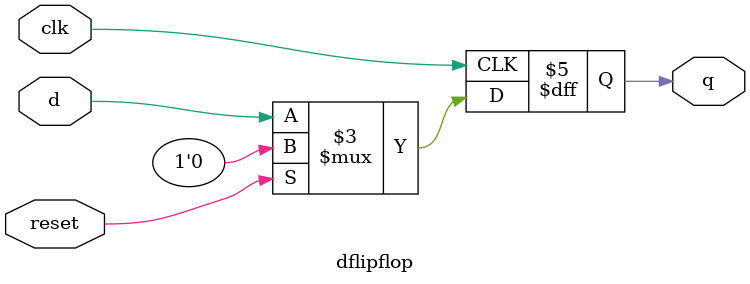
<source format=v>
module dflipflop (input d,clk,reset, output q);
reg q;

always @ (posedge clk)
begin
    if (reset)
        q<=1'b0;
    else
        q<=d;
end
        
        
endmodule 
</source>
